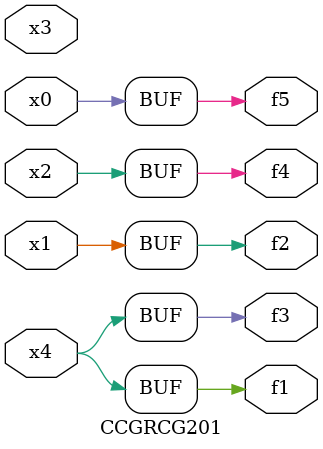
<source format=v>
module CCGRCG201(
	input x0, x1, x2, x3, x4,
	output f1, f2, f3, f4, f5
);
	assign f1 = x4;
	assign f2 = x1;
	assign f3 = x4;
	assign f4 = x2;
	assign f5 = x0;
endmodule

</source>
